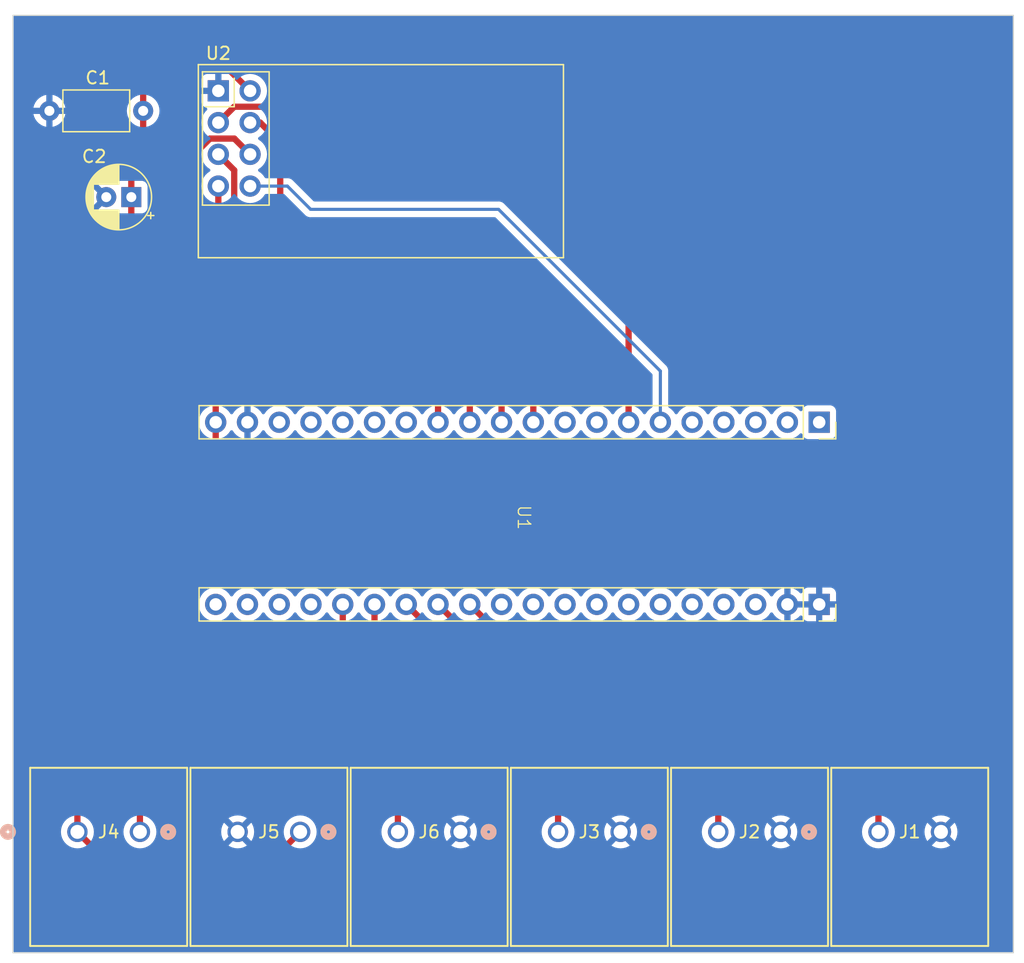
<source format=kicad_pcb>
(kicad_pcb (version 20221018) (generator pcbnew)
  (layers (0 "F.Cu" signal) (31 "B.Cu" signal) (34 "B.Paste" user) (35 "F.Paste" user) (36 "B.SilkS" user "B.Silkscreen") (37 "F.SilkS" user "F.Silkscreen") (38 "B.Mask" user) (39 "F.Mask" user) (44 "Edge.Cuts" user))
  (net 0 "")
  (net 1 "+3.3V")
  (net 2 "GND")
  (net 3 "WEAPON")
  (net 4 "HAND_UP")
  (net 5 "HAND_DOWN")
  (net 6 "LEFT")
  (net 7 "RIGHT")
  (net 25 "PA9")
  (net 26 "PA10")
  (net 29 "PA15")
  (net 30 "PB3")
  (net 31 "PB4")
  (net 32 "PB5")
  (net 37 "+5V")
  (footprint "236-102:CONN_236-102_WAG" (layer "F.Cu") (at 222.79 143.81)
    (fp_text reference "J1" (at 2.5 0 unlocked) (layer "F.SilkS"))
    (fp_text value "236-102")
    (fp_circle (center -5.555 0) (end -5.174 0) (stroke (width 0.508)) (fill none) (layer "B.SilkS"))
    (fp_line (start -3.777 -5.127) (end -3.777 9.126999) (stroke (width 0.1524)) (layer "F.SilkS"))
    (fp_line (start -3.777 9.126999) (end 8.777001 9.126999) (stroke (width 0.1524)) (layer "F.SilkS"))
    (fp_line (start 8.777001 -5.127) (end -3.777 -5.127) (stroke (width 0.1524)) (layer "F.SilkS"))
    (fp_line (start 8.777001 9.126999) (end 8.777001 -5.127) (stroke (width 0.1524)) (layer "F.SilkS"))
    (fp_circle (center -5.555 0) (end -5.174 0) (stroke (width 0.508)) (fill none) (layer "F.SilkS"))
    (pad "1" thru_hole circle (at 0 0) (size 1.6256 1.6256) (drill 1.1176) (layers "*.Cu" "*.Mask") (net 3 "WEAPON"))
    (pad "2" thru_hole circle (at 5 0) (size 1.6256 1.6256) (drill 1.1176) (layers "*.Cu" "*.Mask") (net 2 "GND"))
  )
  (footprint "236-102:CONN_236-102_WAG" (layer "F.Cu") (at 158.73 143.81)
    (fp_text reference "J4" (at 2.5 0 unlocked) (layer "F.SilkS"))
    (fp_text value "236-102")
    (fp_circle (center -5.555 0) (end -5.174 0) (stroke (width 0.508)) (fill none) (layer "B.SilkS"))
    (fp_line (start -3.777 -5.127) (end -3.777 9.126999) (stroke (width 0.1524)) (layer "F.SilkS"))
    (fp_line (start -3.777 9.126999) (end 8.777001 9.126999) (stroke (width 0.1524)) (layer "F.SilkS"))
    (fp_line (start 8.777001 -5.127) (end -3.777 -5.127) (stroke (width 0.1524)) (layer "F.SilkS"))
    (fp_line (start 8.777001 9.126999) (end 8.777001 -5.127) (stroke (width 0.1524)) (layer "F.SilkS"))
    (fp_circle (center -5.555 0) (end -5.174 0) (stroke (width 0.508)) (fill none) (layer "F.SilkS"))
    (pad "1" thru_hole circle (at 0 0) (size 1.6256 1.6256) (drill 1.1176) (layers "*.Cu" "*.Mask") (net 1 "+3.3V"))
    (pad "2" thru_hole circle (at 5 0) (size 1.6256 1.6256) (drill 1.1176) (layers "*.Cu" "*.Mask") (net 6 "LEFT"))
  )
  (footprint "Capacitor_THT:C_Axial_L5.1mm_D3.1mm_P7.50mm_Horizontal" (layer "F.Cu") (at 163.99 86.12 180)
    (fp_text reference "C1" (at 3.64 2.64) (layer "F.SilkS"))
    (fp_text value "100nF")
    (fp_line (start 1.04 0) (end 1.08 0) (stroke (width 0.12)) (layer "F.SilkS"))
    (fp_line (start 1.08 -1.67) (end 1.08 1.67) (stroke (width 0.12)) (layer "F.SilkS"))
    (fp_line (start 1.08 1.67) (end 6.42 1.67) (stroke (width 0.12)) (layer "F.SilkS"))
    (fp_line (start 6.42 -1.67) (end 1.08 -1.67) (stroke (width 0.12)) (layer "F.SilkS"))
    (fp_line (start 6.42 1.67) (end 6.42 -1.67) (stroke (width 0.12)) (layer "F.SilkS"))
    (fp_line (start 6.46 0) (end 6.42 0) (stroke (width 0.12)) (layer "F.SilkS"))
    (pad "1" thru_hole circle (at 0 0 180) (size 1.6 1.6) (drill 0.8) (layers "*.Cu" "*.Mask") (net 1 "+3.3V"))
    (pad "2" thru_hole oval (at 7.5 0 180) (size 1.6 1.6) (drill 0.8) (layers "*.Cu" "*.Mask") (net 2 "GND"))
  )
  (footprint "236-102:CONN_236-102_WAG" (layer "F.Cu") (at 171.5451 143.81)
    (fp_text reference "J5" (at 2.5 0 unlocked) (layer "F.SilkS"))
    (fp_text value "236-102")
    (fp_circle (center -5.555 0) (end -5.174 0) (stroke (width 0.508)) (fill none) (layer "B.SilkS"))
    (fp_line (start -3.777 -5.127) (end -3.777 9.126999) (stroke (width 0.1524)) (layer "F.SilkS"))
    (fp_line (start -3.777 9.126999) (end 8.777001 9.126999) (stroke (width 0.1524)) (layer "F.SilkS"))
    (fp_line (start 8.777001 -5.127) (end -3.777 -5.127) (stroke (width 0.1524)) (layer "F.SilkS"))
    (fp_line (start 8.777001 9.126999) (end 8.777001 -5.127) (stroke (width 0.1524)) (layer "F.SilkS"))
    (fp_circle (center -5.555 0) (end -5.174 0) (stroke (width 0.508)) (fill none) (layer "F.SilkS"))
    (pad "1" thru_hole circle (at 0 0) (size 1.6256 1.6256) (drill 1.1176) (layers "*.Cu" "*.Mask") (net 2 "GND"))
    (pad "2" thru_hole circle (at 5 0) (size 1.6256 1.6256) (drill 1.1176) (layers "*.Cu" "*.Mask") (net 1 "+3.3V"))
  )
  (footprint "236-102:CONN_236-102_WAG" (layer "F.Cu") (at 209.98 143.81)
    (fp_text reference "J2" (at 2.5 0 unlocked) (layer "F.SilkS"))
    (fp_text value "236-102")
    (fp_circle (center -5.555 0) (end -5.174 0) (stroke (width 0.508)) (fill none) (layer "B.SilkS"))
    (fp_line (start -3.777 -5.127) (end -3.777 9.126999) (stroke (width 0.1524)) (layer "F.SilkS"))
    (fp_line (start -3.777 9.126999) (end 8.777001 9.126999) (stroke (width 0.1524)) (layer "F.SilkS"))
    (fp_line (start 8.777001 -5.127) (end -3.777 -5.127) (stroke (width 0.1524)) (layer "F.SilkS"))
    (fp_line (start 8.777001 9.126999) (end 8.777001 -5.127) (stroke (width 0.1524)) (layer "F.SilkS"))
    (fp_circle (center -5.555 0) (end -5.174 0) (stroke (width 0.508)) (fill none) (layer "F.SilkS"))
    (pad "1" thru_hole circle (at 0 0) (size 1.6256 1.6256) (drill 1.1176) (layers "*.Cu" "*.Mask") (net 4 "HAND_UP"))
    (pad "2" thru_hole circle (at 5 0) (size 1.6256 1.6256) (drill 1.1176) (layers "*.Cu" "*.Mask") (net 2 "GND"))
  )
  (footprint "STM32F103C8T6_pinout:STM32F103C8T6_pinout" (layer "F.Cu") (at 194.45 118.655 -90)
    (fp_text reference "U1" (at 0 0 -90 unlocked) (layer "F.SilkS") (effects (font (thickness 0.1))))
    (fp_text value "STM32F103C8T6")
    (fp_line (start -8.95 -22.33) (end -8.95 25.99) (stroke (width 0.12)) (layer "F.SilkS"))
    (fp_line (start -8.95 -22.33) (end -6.29 -22.33) (stroke (width 0.12)) (layer "F.SilkS"))
    (fp_line (start -8.95 25.99) (end -6.29 25.99) (stroke (width 0.12)) (layer "F.SilkS"))
    (fp_line (start -7.62 -24.93) (end -6.29 -24.93) (stroke (width 0.12)) (layer "F.SilkS"))
    (fp_line (start -6.29 -24.93) (end -6.29 -23.6) (stroke (width 0.12)) (layer "F.SilkS"))
    (fp_line (start -6.29 -22.33) (end -6.29 25.99) (stroke (width 0.12)) (layer "F.SilkS"))
    (fp_line (start 5.625 -22.33) (end 5.625 25.99) (stroke (width 0.12)) (layer "F.SilkS"))
    (fp_line (start 5.625 -22.33) (end 8.285 -22.33) (stroke (width 0.12)) (layer "F.SilkS"))
    (fp_line (start 5.625 25.99) (end 8.285 25.99) (stroke (width 0.12)) (layer "F.SilkS"))
    (fp_line (start 6.955 -24.93) (end 8.285 -24.93) (stroke (width 0.12)) (layer "F.SilkS"))
    (fp_line (start 8.285 -24.93) (end 8.285 -23.6) (stroke (width 0.12)) (layer "F.SilkS"))
    (fp_line (start 8.285 -22.33) (end 8.285 25.99) (stroke (width 0.12)) (layer "F.SilkS"))
    (pad "1" thru_hole oval (at 6.955 24.66 270) (size 1.7 1.7) (drill 1) (layers "*.Cu" "*.Mask"))
    (pad "2" thru_hole oval (at 6.955 22.12 270) (size 1.7 1.7) (drill 1) (layers "*.Cu" "*.Mask"))
    (pad "3" thru_hole oval (at 6.955 19.58 270) (size 1.7 1.7) (drill 1) (layers "*.Cu" "*.Mask"))
    (pad "3v" thru_hole oval (at -7.62 24.66 270) (size 1.7 1.7) (drill 1) (layers "*.Cu" "*.Mask") (net 1 "+3.3V"))
    (pad "3v" thru_hole oval (at 6.955 -18.52 270) (size 1.7 1.7) (drill 1) (layers "*.Cu" "*.Mask") (net 1 "+3.3V"))
    (pad "4" thru_hole oval (at 6.955 17.04 270) (size 1.7 1.7) (drill 1) (layers "*.Cu" "*.Mask"))
    (pad "5v" thru_hole oval (at -7.62 19.58 270) (size 1.7 1.7) (drill 1) (layers "*.Cu" "*.Mask") (net 37 "+5V"))
    (pad "7" thru_hole oval (at 6.955 -15.98 270) (size 1.7 1.7) (drill 1) (layers "*.Cu" "*.Mask"))
    (pad "10" thru_hole oval (at 6.955 14.5 270) (size 1.7 1.7) (drill 1) (layers "*.Cu" "*.Mask") (net 6 "LEFT"))
    (pad "11" thru_hole oval (at 6.955 11.96 270) (size 1.7 1.7) (drill 1) (layers "*.Cu" "*.Mask") (net 7 "RIGHT"))
    (pad "12" thru_hole oval (at 6.955 9.42 270) (size 1.7 1.7) (drill 1) (layers "*.Cu" "*.Mask") (net 5 "HAND_DOWN"))
    (pad "13" thru_hole oval (at 6.955 6.88 270) (size 1.7 1.7) (drill 1) (layers "*.Cu" "*.Mask") (net 4 "HAND_UP"))
    (pad "14" thru_hole oval (at 6.955 4.34 270) (size 1.7 1.7) (drill 1) (layers "*.Cu" "*.Mask") (net 3 "WEAPON"))
    (pad "15" thru_hole oval (at 6.955 1.8 270) (size 1.7 1.7) (drill 1) (layers "*.Cu" "*.Mask"))
    (pad "16" thru_hole oval (at 6.955 -0.74 270) (size 1.7 1.7) (drill 1) (layers "*.Cu" "*.Mask"))
    (pad "17" thru_hole oval (at 6.955 -3.28 270) (size 1.7 1.7) (drill 1) (layers "*.Cu" "*.Mask"))
    (pad "18" thru_hole oval (at 6.955 -5.82 270) (size 1.7 1.7) (drill 1) (layers "*.Cu" "*.Mask"))
    (pad "19" thru_hole oval (at 6.955 -8.36 270) (size 1.7 1.7) (drill 1) (layers "*.Cu" "*.Mask"))
    (pad "21" thru_hole oval (at 6.955 -10.9 270) (size 1.7 1.7) (drill 1) (layers "*.Cu" "*.Mask"))
    (pad "22" thru_hole oval (at 6.955 -13.44 270) (size 1.7 1.7) (drill 1) (layers "*.Cu" "*.Mask"))
    (pad "25" thru_hole rect (at -7.62 -23.6 270) (size 1.7 1.7) (drill 1) (layers "*.Cu" "*.Mask"))
    (pad "26" thru_hole oval (at -7.62 -21.06 270) (size 1.7 1.7) (drill 1) (layers "*.Cu" "*.Mask"))
    (pad "27" thru_hole oval (at -7.62 -18.52 270) (size 1.7 1.7) (drill 1) (layers "*.Cu" "*.Mask"))
    (pad "28" thru_hole oval (at -7.62 -15.98 270) (size 1.7 1.7) (drill 1) (layers "*.Cu" "*.Mask"))
    (pad "29" thru_hole oval (at -7.62 -13.44 270) (size 1.7 1.7) (drill 1) (layers "*.Cu" "*.Mask"))
    (pad "30" thru_hole oval (at -7.62 -10.9 270) (size 1.7 1.7) (drill 1) (layers "*.Cu" "*.Mask") (net 25 "PA9"))
    (pad "31" thru_hole oval (at -7.62 -8.36 270) (size 1.7 1.7) (drill 1) (layers "*.Cu" "*.Mask") (net 26 "PA10"))
    (pad "32" thru_hole oval (at -7.62 -5.82 270) (size 1.7 1.7) (drill 1) (layers "*.Cu" "*.Mask"))
    (pad "33" thru_hole oval (at -7.62 -3.28 270) (size 1.7 1.7) (drill 1) (layers "*.Cu" "*.Mask"))
    (pad "38" thru_hole oval (at -7.62 -0.74 270) (size 1.7 1.7) (drill 1) (layers "*.Cu" "*.Mask") (net 29 "PA15"))
    (pad "39" thru_hole oval (at -7.62 1.8 270) (size 1.7 1.7) (drill 1) (layers "*.Cu" "*.Mask") (net 30 "PB3"))
    (pad "40" thru_hole oval (at -7.62 4.34 270) (size 1.7 1.7) (drill 1) (layers "*.Cu" "*.Mask") (net 31 "PB4"))
    (pad "41" thru_hole oval (at -7.62 6.88 270) (size 1.7 1.7) (drill 1) (layers "*.Cu" "*.Mask") (net 32 "PB5"))
    (pad "42" thru_hole oval (at -7.62 9.42 270) (size 1.7 1.7) (drill 1) (layers "*.Cu" "*.Mask"))
    (pad "43" thru_hole oval (at -7.62 11.96 270) (size 1.7 1.7) (drill 1) (layers "*.Cu" "*.Mask"))
    (pad "45" thru_hole oval (at -7.62 14.5 270) (size 1.7 1.7) (drill 1) (layers "*.Cu" "*.Mask"))
    (pad "46" thru_hole oval (at -7.62 17.04 270) (size 1.7 1.7) (drill 1) (layers "*.Cu" "*.Mask"))
    (pad "G" thru_hole oval (at -7.62 22.12 270) (size 1.7 1.7) (drill 1) (layers "*.Cu" "*.Mask") (net 2 "GND"))
    (pad "G" thru_hole rect (at 6.955 -23.6 270) (size 1.7 1.7) (drill 1) (layers "*.Cu" "*.Mask") (net 2 "GND"))
    (pad "G" thru_hole oval (at 6.955 -21.06 270) (size 1.7 1.7) (drill 1) (layers "*.Cu" "*.Mask") (net 2 "GND"))
  )
  (footprint "RF_Module:nRF24L01_Breakout" (layer "F.Cu") (at 170 84.52)
    (fp_text reference "U2" (at 0 -3) (layer "F.SilkS"))
    (fp_text value "NRF24L01_Breakout")
    (fp_line (start -1.6 -2.1) (end -1.6 -2.1) (stroke (width 0.12)) (layer "F.SilkS"))
    (fp_line (start -1.6 -2.1) (end 27.6 -2.1) (stroke (width 0.12)) (layer "F.SilkS"))
    (fp_line (start -1.6 13.35) (end -1.6 -2.1) (stroke (width 0.12)) (layer "F.SilkS"))
    (fp_line (start -1.27 -1.524) (end -1.27 -1.524) (stroke (width 0.12)) (layer "F.SilkS"))
    (fp_line (start -1.27 -1.524) (end 4.064 -1.524) (stroke (width 0.12)) (layer "F.SilkS"))
    (fp_line (start -1.27 9.144) (end -1.27 -1.524) (stroke (width 0.12)) (layer "F.SilkS"))
    (fp_line (start -1.27 9.144) (end -1.27 9.144) (stroke (width 0.12)) (layer "F.SilkS"))
    (fp_line (start -1.016 1.27) (end -1.016 1.27) (stroke (width 0.12)) (layer "F.SilkS"))
    (fp_line (start 1.27 -1.016) (end 1.27 1.27) (stroke (width 0.12)) (layer "F.SilkS"))
    (fp_line (start 1.27 1.27) (end -1.016 1.27) (stroke (width 0.12)) (layer "F.SilkS"))
    (fp_line (start 4.064 -1.524) (end 4.064 9.144) (stroke (width 0.12)) (layer "F.SilkS"))
    (fp_line (start 4.064 9.144) (end -1.27 9.144) (stroke (width 0.12)) (layer "F.SilkS"))
    (fp_line (start 27.6 -2.1) (end 27.6 13.35) (stroke (width 0.12)) (layer "F.SilkS"))
    (fp_line (start 27.6 13.35) (end -1.6 13.35) (stroke (width 0.12)) (layer "F.SilkS"))
    (pad "1" thru_hole rect (at 0 0) (size 1.7 1.7) (drill 1) (layers "*.Cu" "*.Mask") (net 2 "GND"))
    (pad "2" thru_hole circle (at 2.54 0) (size 1.7 1.7) (drill 1) (layers "*.Cu" "*.Mask") (net 1 "+3.3V"))
    (pad "3" thru_hole circle (at 0 2.54) (size 1.7 1.7) (drill 1) (layers "*.Cu" "*.Mask") (net 26 "PA10"))
    (pad "4" thru_hole circle (at 2.54 2.54) (size 1.7 1.7) (drill 1) (layers "*.Cu" "*.Mask") (net 29 "PA15"))
    (pad "5" thru_hole circle (at 0 5.08) (size 1.7 1.7) (drill 1) (layers "*.Cu" "*.Mask") (net 30 "PB3"))
    (pad "6" thru_hole circle (at 2.54 5.08) (size 1.7 1.7) (drill 1) (layers "*.Cu" "*.Mask") (net 32 "PB5"))
    (pad "7" thru_hole circle (at 0 7.62) (size 1.7 1.7) (drill 1) (layers "*.Cu" "*.Mask") (net 31 "PB4"))
    (pad "8" thru_hole circle (at 2.54 7.62) (size 1.7 1.7) (drill 1) (layers "*.Cu" "*.Mask") (net 25 "PA9"))
  )
  (footprint "Capacitor_THT:CP_Radial_D5.0mm_P2.00mm" (layer "F.Cu") (at 163.04 93.02 180)
    (fp_text reference "C2" (at 2.97 3.25) (layer "F.SilkS"))
    (fp_text value "100uF")
    (fp_line (start -1.804775 -1.475) (end -1.304775 -1.475) (stroke (width 0.12)) (layer "F.SilkS"))
    (fp_line (start -1.554775 -1.725) (end -1.554775 -1.225) (stroke (width 0.12)) (layer "F.SilkS"))
    (fp_line (start 1 -2.58) (end 1 -1.04) (stroke (width 0.12)) (layer "F.SilkS"))
    (fp_line (start 1 1.04) (end 1 2.58) (stroke (width 0.12)) (layer "F.SilkS"))
    (fp_line (start 1.04 -2.58) (end 1.04 -1.04) (stroke (width 0.12)) (layer "F.SilkS"))
    (fp_line (start 1.04 1.04) (end 1.04 2.58) (stroke (width 0.12)) (layer "F.SilkS"))
    (fp_line (start 1.08 -2.579) (end 1.08 -1.04) (stroke (width 0.12)) (layer "F.SilkS"))
    (fp_line (start 1.08 1.04) (end 1.08 2.579) (stroke (width 0.12)) (layer "F.SilkS"))
    (fp_line (start 1.12 -2.578) (end 1.12 -1.04) (stroke (width 0.12)) (layer "F.SilkS"))
    (fp_line (start 1.12 1.04) (end 1.12 2.578) (stroke (width 0.12)) (layer "F.SilkS"))
    (fp_line (start 1.16 -2.576) (end 1.16 -1.04) (stroke (width 0.12)) (layer "F.SilkS"))
    (fp_line (start 1.16 1.04) (end 1.16 2.576) (stroke (width 0.12)) (layer "F.SilkS"))
    (fp_line (start 1.2 -2.573) (end 1.2 -1.04) (stroke (width 0.12)) (layer "F.SilkS"))
    (fp_line (start 1.2 1.04) (end 1.2 2.573) (stroke (width 0.12)) (layer "F.SilkS"))
    (fp_line (start 1.24 -2.569) (end 1.24 -1.04) (stroke (width 0.12)) (layer "F.SilkS"))
    (fp_line (start 1.24 1.04) (end 1.24 2.569) (stroke (width 0.12)) (layer "F.SilkS"))
    (fp_line (start 1.28 -2.565) (end 1.28 -1.04) (stroke (width 0.12)) (layer "F.SilkS"))
    (fp_line (start 1.28 1.04) (end 1.28 2.565) (stroke (width 0.12)) (layer "F.SilkS"))
    (fp_line (start 1.32 -2.561) (end 1.32 -1.04) (stroke (width 0.12)) (layer "F.SilkS"))
    (fp_line (start 1.32 1.04) (end 1.32 2.561) (stroke (width 0.12)) (layer "F.SilkS"))
    (fp_line (start 1.36 -2.556) (end 1.36 -1.04) (stroke (width 0.12)) (layer "F.SilkS"))
    (fp_line (start 1.36 1.04) (end 1.36 2.556) (stroke (width 0.12)) (layer "F.SilkS"))
    (fp_line (start 1.4 -2.55) (end 1.4 -1.04) (stroke (width 0.12)) (layer "F.SilkS"))
    (fp_line (start 1.4 1.04) (end 1.4 2.55) (stroke (width 0.12)) (layer "F.SilkS"))
    (fp_line (start 1.44 -2.543) (end 1.44 -1.04) (stroke (width 0.12)) (layer "F.SilkS"))
    (fp_line (start 1.44 1.04) (end 1.44 2.543) (stroke (width 0.12)) (layer "F.SilkS"))
    (fp_line (start 1.48 -2.536) (end 1.48 -1.04) (stroke (width 0.12)) (layer "F.SilkS"))
    (fp_line (start 1.48 1.04) (end 1.48 2.536) (stroke (width 0.12)) (layer "F.SilkS"))
    (fp_line (start 1.52 -2.528) (end 1.52 -1.04) (stroke (width 0.12)) (layer "F.SilkS"))
    (fp_line (start 1.52 1.04) (end 1.52 2.528) (stroke (width 0.12)) (layer "F.SilkS"))
    (fp_line (start 1.56 -2.52) (end 1.56 -1.04) (stroke (width 0.12)) (layer "F.SilkS"))
    (fp_line (start 1.56 1.04) (end 1.56 2.52) (stroke (width 0.12)) (layer "F.SilkS"))
    (fp_line (start 1.6 -2.511) (end 1.6 -1.04) (stroke (width 0.12)) (layer "F.SilkS"))
    (fp_line (start 1.6 1.04) (end 1.6 2.511) (stroke (width 0.12)) (layer "F.SilkS"))
    (fp_line (start 1.64 -2.501) (end 1.64 -1.04) (stroke (width 0.12)) (layer "F.SilkS"))
    (fp_line (start 1.64 1.04) (end 1.64 2.501) (stroke (width 0.12)) (layer "F.SilkS"))
    (fp_line (start 1.68 -2.491) (end 1.68 -1.04) (stroke (width 0.12)) (layer "F.SilkS"))
    (fp_line (start 1.68 1.04) (end 1.68 2.491) (stroke (width 0.12)) (layer "F.SilkS"))
    (fp_line (start 1.721 -2.48) (end 1.721 -1.04) (stroke (width 0.12)) (layer "F.SilkS"))
    (fp_line (start 1.721 1.04) (end 1.721 2.48) (stroke (width 0.12)) (layer "F.SilkS"))
    (fp_line (start 1.761 -2.468) (end 1.761 -1.04) (stroke (width 0.12)) (layer "F.SilkS"))
    (fp_line (start 1.761 1.04) (end 1.761 2.468) (stroke (width 0.12)) (layer "F.SilkS"))
    (fp_line (start 1.801 -2.455) (end 1.801 -1.04) (stroke (width 0.12)) (layer "F.SilkS"))
    (fp_line (start 1.801 1.04) (end 1.801 2.455) (stroke (width 0.12)) (layer "F.SilkS"))
    (fp_line (start 1.841 -2.442) (end 1.841 -1.04) (stroke (width 0.12)) (layer "F.SilkS"))
    (fp_line (start 1.841 1.04) (end 1.841 2.442) (stroke (width 0.12)) (layer "F.SilkS"))
    (fp_line (start 1.881 -2.428) (end 1.881 -1.04) (stroke (width 0.12)) (layer "F.SilkS"))
    (fp_line (start 1.881 1.04) (end 1.881 2.428) (stroke (width 0.12)) (layer "F.SilkS"))
    (fp_line (start 1.921 -2.414) (end 1.921 -1.04) (stroke (width 0.12)) (layer "F.SilkS"))
    (fp_line (start 1.921 1.04) (end 1.921 2.414) (stroke (width 0.12)) (layer "F.SilkS"))
    (fp_line (start 1.961 -2.398) (end 1.961 -1.04) (stroke (width 0.12)) (layer "F.SilkS"))
    (fp_line (start 1.961 1.04) (end 1.961 2.398) (stroke (width 0.12)) (layer "F.SilkS"))
    (fp_line (start 2.001 -2.382) (end 2.001 -1.04) (stroke (width 0.12)) (layer "F.SilkS"))
    (fp_line (start 2.001 1.04) (end 2.001 2.382) (stroke (width 0.12)) (layer "F.SilkS"))
    (fp_line (start 2.041 -2.365) (end 2.041 -1.04) (stroke (width 0.12)) (layer "F.SilkS"))
    (fp_line (start 2.041 1.04) (end 2.041 2.365) (stroke (width 0.12)) (layer "F.SilkS"))
    (fp_line (start 2.081 -2.348) (end 2.081 -1.04) (stroke (width 0.12)) (layer "F.SilkS"))
    (fp_line (start 2.081 1.04) (end 2.081 2.348) (stroke (width 0.12)) (layer "F.SilkS"))
    (fp_line (start 2.121 -2.329) (end 2.121 -1.04) (stroke (width 0.12)) (layer "F.SilkS"))
    (fp_line (start 2.121 1.04) (end 2.121 2.329) (stroke (width 0.12)) (layer "F.SilkS"))
    (fp_line (start 2.161 -2.31) (end 2.161 -1.04) (stroke (width 0.12)) (layer "F.SilkS"))
    (fp_line (start 2.161 1.04) (end 2.161 2.31) (stroke (width 0.12)) (layer "F.SilkS"))
    (fp_line (start 2.201 -2.29) (end 2.201 -1.04) (stroke (width 0.12)) (layer "F.SilkS"))
    (fp_line (start 2.201 1.04) (end 2.201 2.29) (stroke (width 0.12)) (layer "F.SilkS"))
    (fp_line (start 2.241 -2.268) (end 2.241 -1.04) (stroke (width 0.12)) (layer "F.SilkS"))
    (fp_line (start 2.241 1.04) (end 2.241 2.268) (stroke (width 0.12)) (layer "F.SilkS"))
    (fp_line (start 2.281 -2.247) (end 2.281 -1.04) (stroke (width 0.12)) (layer "F.SilkS"))
    (fp_line (start 2.281 1.04) (end 2.281 2.247) (stroke (width 0.12)) (layer "F.SilkS"))
    (fp_line (start 2.321 -2.224) (end 2.321 -1.04) (stroke (width 0.12)) (layer "F.SilkS"))
    (fp_line (start 2.321 1.04) (end 2.321 2.224) (stroke (width 0.12)) (layer "F.SilkS"))
    (fp_line (start 2.361 -2.2) (end 2.361 -1.04) (stroke (width 0.12)) (layer "F.SilkS"))
    (fp_line (start 2.361 1.04) (end 2.361 2.2) (stroke (width 0.12)) (layer "F.SilkS"))
    (fp_line (start 2.401 -2.175) (end 2.401 -1.04) (stroke (width 0.12)) (layer "F.SilkS"))
    (fp_line (start 2.401 1.04) (end 2.401 2.175) (stroke (width 0.12)) (layer "F.SilkS"))
    (fp_line (start 2.441 -2.149) (end 2.441 -1.04) (stroke (width 0.12)) (layer "F.SilkS"))
    (fp_line (start 2.441 1.04) (end 2.441 2.149) (stroke (width 0.12)) (layer "F.SilkS"))
    (fp_line (start 2.481 -2.122) (end 2.481 -1.04) (stroke (width 0.12)) (layer "F.SilkS"))
    (fp_line (start 2.481 1.04) (end 2.481 2.122) (stroke (width 0.12)) (layer "F.SilkS"))
    (fp_line (start 2.521 -2.095) (end 2.521 -1.04) (stroke (width 0.12)) (layer "F.SilkS"))
    (fp_line (start 2.521 1.04) (end 2.521 2.095) (stroke (width 0.12)) (layer "F.SilkS"))
    (fp_line (start 2.561 -2.065) (end 2.561 -1.04) (stroke (width 0.12)) (layer "F.SilkS"))
    (fp_line (start 2.561 1.04) (end 2.561 2.065) (stroke (width 0.12)) (layer "F.SilkS"))
    (fp_line (start 2.601 -2.035) (end 2.601 -1.04) (stroke (width 0.12)) (layer "F.SilkS"))
    (fp_line (start 2.601 1.04) (end 2.601 2.035) (stroke (width 0.12)) (layer "F.SilkS"))
    (fp_line (start 2.641 -2.004) (end 2.641 -1.04) (stroke (width 0.12)) (layer "F.SilkS"))
    (fp_line (start 2.641 1.04) (end 2.641 2.004) (stroke (width 0.12)) (layer "F.SilkS"))
    (fp_line (start 2.681 -1.971) (end 2.681 -1.04) (stroke (width 0.12)) (layer "F.SilkS"))
    (fp_line (start 2.681 1.04) (end 2.681 1.971) (stroke (width 0.12)) (layer "F.SilkS"))
    (fp_line (start 2.721 -1.937) (end 2.721 -1.04) (stroke (width 0.12)) (layer "F.SilkS"))
    (fp_line (start 2.721 1.04) (end 2.721 1.937) (stroke (width 0.12)) (layer "F.SilkS"))
    (fp_line (start 2.761 -1.901) (end 2.761 -1.04) (stroke (width 0.12)) (layer "F.SilkS"))
    (fp_line (start 2.761 1.04) (end 2.761 1.901) (stroke (width 0.12)) (layer "F.SilkS"))
    (fp_line (start 2.801 -1.864) (end 2.801 -1.04) (stroke (width 0.12)) (layer "F.SilkS"))
    (fp_line (start 2.801 1.04) (end 2.801 1.864) (stroke (width 0.12)) (layer "F.SilkS"))
    (fp_line (start 2.841 -1.826) (end 2.841 -1.04) (stroke (width 0.12)) (layer "F.SilkS"))
    (fp_line (start 2.841 1.04) (end 2.841 1.826) (stroke (width 0.12)) (layer "F.SilkS"))
    (fp_line (start 2.881 -1.785) (end 2.881 -1.04) (stroke (width 0.12)) (layer "F.SilkS"))
    (fp_line (start 2.881 1.04) (end 2.881 1.785) (stroke (width 0.12)) (layer "F.SilkS"))
    (fp_line (start 2.921 -1.743) (end 2.921 -1.04) (stroke (width 0.12)) (layer "F.SilkS"))
    (fp_line (start 2.921 1.04) (end 2.921 1.743) (stroke (width 0.12)) (layer "F.SilkS"))
    (fp_line (start 2.961 -1.699) (end 2.961 -1.04) (stroke (width 0.12)) (layer "F.SilkS"))
    (fp_line (start 2.961 1.04) (end 2.961 1.699) (stroke (width 0.12)) (layer "F.SilkS"))
    (fp_line (start 3.001 -1.653) (end 3.001 -1.04) (stroke (width 0.12)) (layer "F.SilkS"))
    (fp_line (start 3.001 1.04) (end 3.001 1.653) (stroke (width 0.12)) (layer "F.SilkS"))
    (fp_line (start 3.041 -1.605) (end 3.041 1.605) (stroke (width 0.12)) (layer "F.SilkS"))
    (fp_line (start 3.081 -1.554) (end 3.081 1.554) (stroke (width 0.12)) (layer "F.SilkS"))
    (fp_line (start 3.121 -1.5) (end 3.121 1.5) (stroke (width 0.12)) (layer "F.SilkS"))
    (fp_line (start 3.161 -1.443) (end 3.161 1.443) (stroke (width 0.12)) (layer "F.SilkS"))
    (fp_line (start 3.201 -1.383) (end 3.201 1.383) (stroke (width 0.12)) (layer "F.SilkS"))
    (fp_line (start 3.241 -1.319) (end 3.241 1.319) (stroke (width 0.12)) (layer "F.SilkS"))
    (fp_line (start 3.281 -1.251) (end 3.281 1.251) (stroke (width 0.12)) (layer "F.SilkS"))
    (fp_line (start 3.321 -1.178) (end 3.321 1.178) (stroke (width 0.12)) (layer "F.SilkS"))
    (fp_line (start 3.361 -1.098) (end 3.361 1.098) (stroke (width 0.12)) (layer "F.SilkS"))
    (fp_line (start 3.401 -1.011) (end 3.401 1.011) (stroke (width 0.12)) (layer "F.SilkS"))
    (fp_line (start 3.441 -0.915) (end 3.441 0.915) (stroke (width 0.12)) (layer "F.SilkS"))
    (fp_line (start 3.481 -0.805) (end 3.481 0.805) (stroke (width 0.12)) (layer "F.SilkS"))
    (fp_line (start 3.521 -0.677) (end 3.521 0.677) (stroke (width 0.12)) (layer "F.SilkS"))
    (fp_line (start 3.561 -0.518) (end 3.561 0.518) (stroke (width 0.12)) (layer "F.SilkS"))
    (fp_line (start 3.601 -0.284) (end 3.601 0.284) (stroke (width 0.12)) (layer "F.SilkS"))
    (fp_circle (center 1 0) (end 3.62 0) (stroke (width 0.12)) (fill none) (layer "F.SilkS"))
    (pad "1" thru_hole rect (at 0 0 180) (size 1.6 1.6) (drill 0.8) (layers "*.Cu" "*.Mask") (net 1 "+3.3V"))
    (pad "2" thru_hole circle (at 2 0 180) (size 1.6 1.6) (drill 0.8) (layers "*.Cu" "*.Mask") (net 2 "GND"))
  )
  (footprint "236-102:CONN_236-102_WAG" (layer "F.Cu") (at 184.36 143.81)
    (fp_text reference "J6" (at 2.5 0 unlocked) (layer "F.SilkS"))
    (fp_text value "236-102")
    (fp_circle (center -5.555 0) (end -5.174 0) (stroke (width 0.508)) (fill none) (layer "B.SilkS"))
    (fp_line (start -3.777 -5.127) (end -3.777 9.126999) (stroke (width 0.1524)) (layer "F.SilkS"))
    (fp_line (start -3.777 9.126999) (end 8.777001 9.126999) (stroke (width 0.1524)) (layer "F.SilkS"))
    (fp_line (start 8.777001 -5.127) (end -3.777 -5.127) (stroke (width 0.1524)) (layer "F.SilkS"))
    (fp_line (start 8.777001 9.126999) (end 8.777001 -5.127) (stroke (width 0.1524)) (layer "F.SilkS"))
    (fp_circle (center -5.555 0) (end -5.174 0) (stroke (width 0.508)) (fill none) (layer "F.SilkS"))
    (pad "1" thru_hole circle (at 0 0) (size 1.6256 1.6256) (drill 1.1176) (layers "*.Cu" "*.Mask") (net 7 "RIGHT"))
    (pad "2" thru_hole circle (at 5 0) (size 1.6256 1.6256) (drill 1.1176) (layers "*.Cu" "*.Mask") (net 2 "GND"))
  )
  (footprint "236-102:CONN_236-102_WAG" (layer "F.Cu") (at 197.17 143.81)
    (fp_text reference "J3" (at 2.5 0 unlocked) (layer "F.SilkS"))
    (fp_text value "236-102")
    (fp_circle (center -5.555 0) (end -5.174 0) (stroke (width 0.508)) (fill none) (layer "B.SilkS"))
    (fp_line (start -3.777 -5.127) (end -3.777 9.126999) (stroke (width 0.1524)) (layer "F.SilkS"))
    (fp_line (start -3.777 9.126999) (end 8.777001 9.126999) (stroke (width 0.1524)) (layer "F.SilkS"))
    (fp_line (start 8.777001 -5.127) (end -3.777 -5.127) (stroke (width 0.1524)) (layer "F.SilkS"))
    (fp_line (start 8.777001 9.126999) (end 8.777001 -5.127) (stroke (width 0.1524)) (layer "F.SilkS"))
    (fp_circle (center -5.555 0) (end -5.174 0) (stroke (width 0.508)) (fill none) (layer "F.SilkS"))
    (pad "1" thru_hole circle (at 0 0) (size 1.6256 1.6256) (drill 1.1176) (layers "*.Cu" "*.Mask") (net 5 "HAND_DOWN"))
    (pad "2" thru_hole circle (at 5 0) (size 1.6256 1.6256) (drill 1.1176) (layers "*.Cu" "*.Mask") (net 2 "GND"))
  )
  (gr_rect (start 153.58 78.48) (end 233.58 153.48) (stroke (width 0.1)) (fill none) (layer "Edge.Cuts"))
  (segment (start 158.73 127.97) (end 158.73 143.81) (width 0.5) (layer "F.Cu") (net 1))
  (segment (start 163.99 90.16) (end 163.99 86.12) (width 0.5) (layer "F.Cu") (net 1))
  (segment (start 163.04 93.02) (end 163.04 91.11) (width 0.5) (layer "F.Cu") (net 1))
  (segment (start 163.99 86.12) (end 163.99 84.5) (width 0.5) (layer "F.Cu") (net 1))
  (segment (start 163.99 84.5) (end 165.68 82.81) (width 0.5) (layer "F.Cu") (net 1))
  (segment (start 169.79 105.59) (end 169.79 111.035) (width 0.5) (layer "F.Cu") (net 1))
  (segment (start 163.04 91.11) (end 163.99 90.16) (width 0.5) (layer "F.Cu") (net 1))
  (segment (start 170.83 82.81) (end 172.54 84.52) (width 0.5) (layer "F.Cu") (net 1))
  (segment (start 158.73 143.81) (end 161.55 146.63) (width 0.5) (layer "F.Cu") (net 1))
  (segment (start 169.79 111.035) (end 169.79 116.91) (width 0.5) (layer "F.Cu") (net 1))
  (segment (start 169.79 116.91) (end 158.73 127.97) (width 0.5) (layer "F.Cu") (net 1))
  (segment (start 161.55 146.63) (end 173.7251 146.63) (width 0.5) (layer "F.Cu") (net 1))
  (segment (start 163.04 98.84) (end 169.79 105.59) (width 0.5) (layer "F.Cu") (net 1))
  (segment (start 173.7251 146.63) (end 176.5451 143.81) (width 0.5) (layer "F.Cu") (net 1))
  (segment (start 165.68 82.81) (end 170.83 82.81) (width 0.5) (layer "F.Cu") (net 1))
  (segment (start 163.04 93.02) (end 163.04 98.84) (width 0.5) (layer "F.Cu") (net 1))
  (segment (start 222.79 143.81) (end 222.79 136.44) (width 0.5) (layer "F.Cu") (net 3))
  (segment (start 222.79 136.44) (end 216.34 129.99) (width 0.5) (layer "F.Cu") (net 3))
  (segment (start 194.49 129.99) (end 190.11 125.61) (width 0.5) (layer "F.Cu") (net 3))
  (segment (start 216.34 129.99) (end 194.49 129.99) (width 0.5) (layer "F.Cu") (net 3))
  (segment (start 209.98 138.04) (end 202.91 130.97) (width 0.5) (layer "F.Cu") (net 4))
  (segment (start 202.91 130.97) (end 192.93 130.97) (width 0.5) (layer "F.Cu") (net 4))
  (segment (start 209.98 143.81) (end 209.98 138.04) (width 0.5) (layer "F.Cu") (net 4))
  (segment (start 192.93 130.97) (end 187.57 125.61) (width 0.5) (layer "F.Cu") (net 4))
  (segment (start 195.32 135.88) (end 197.17 137.73) (width 0.5) (layer "F.Cu") (net 5))
  (segment (start 197.17 137.73) (end 197.17 143.81) (width 0.5) (layer "F.Cu") (net 5))
  (segment (start 195.3 135.88) (end 195.32 135.88) (width 0.5) (layer "F.Cu") (net 5))
  (segment (start 185.03 125.61) (end 195.3 135.88) (width 0.5) (layer "F.Cu") (net 5))
  (segment (start 165.52 129.9) (end 163.73 131.69) (width 0.5) (layer "F.Cu") (net 6))
  (segment (start 179.95 128.36) (end 178.41 129.9) (width 0.5) (layer "F.Cu") (net 6))
  (segment (start 179.95 125.61) (end 179.95 128.36) (width 0.5) (layer "F.Cu") (net 6))
  (segment (start 163.73 131.69) (end 163.73 143.81) (width 0.5) (layer "F.Cu") (net 6))
  (segment (start 178.41 129.9) (end 165.52 129.9) (width 0.5) (layer "F.Cu") (net 6))
  (segment (start 184.36 143.81) (end 184.36 130.09) (width 0.5) (layer "F.Cu") (net 7))
  (segment (start 182.49 128.22) (end 182.49 125.61) (width 0.5) (layer "F.Cu") (net 7))
  (segment (start 184.36 130.09) (end 182.49 128.22) (width 0.5) (layer "F.Cu") (net 7))
  (segment (start 205.35 111.035) (end 205.35 106.94) (width 0.25) (layer "B.Cu") (net 25))
  (segment (start 192.41 94) (end 177.38 94) (width 0.25) (layer "B.Cu") (net 25))
  (segment (start 175.52 92.14) (end 172.54 92.14) (width 0.25) (layer "B.Cu") (net 25))
  (segment (start 177.38 94) (end 175.52 92.14) (width 0.25) (layer "B.Cu") (net 25))
  (segment (start 205.35 106.94) (end 192.41 94) (width 0.25) (layer "B.Cu") (net 25))
  (segment (start 177.16 87.7) (end 175.25 85.79) (width 0.5) (layer "F.Cu") (net 26))
  (segment (start 194.96 92.93) (end 178.52 92.93) (width 0.5) (layer "F.Cu") (net 26))
  (segment (start 178.52 92.93) (end 177.16 91.57) (width 0.5) (layer "F.Cu") (net 26))
  (segment (start 171.27 85.79) (end 170 87.06) (width 0.5) (layer "F.Cu") (net 26))
  (segment (start 177.16 91.57) (end 177.16 87.7) (width 0.5) (layer "F.Cu") (net 26))
  (segment (start 175.25 85.79) (end 171.27 85.79) (width 0.5) (layer "F.Cu") (net 26))
  (segment (start 202.81 100.78) (end 194.96 92.93) (width 0.5) (layer "F.Cu") (net 26))
  (segment (start 202.81 111.035) (end 202.81 100.78) (width 0.5) (layer "F.Cu") (net 26))
  (segment (start 176.13 95.15) (end 174.95 93.97) (width 0.5) (layer "F.Cu") (net 29))
  (segment (start 195.19 101.16) (end 189.18 95.15) (width 0.5) (layer "F.Cu") (net 29))
  (segment (start 195.19 111.035) (end 195.19 101.16) (width 0.5) (layer "F.Cu") (net 29))
  (segment (start 174.95 93.97) (end 174.95 88.66) (width 0.5) (layer "F.Cu") (net 29))
  (segment (start 173.35 87.06) (end 172.54 87.06) (width 0.5) (layer "F.Cu") (net 29))
  (segment (start 189.18 95.15) (end 176.13 95.15) (width 0.5) (layer "F.Cu") (net 29))
  (segment (start 174.95 88.66) (end 173.35 87.06) (width 0.5) (layer "F.Cu") (net 29))
  (segment (start 192.65 101.21) (end 188.2 96.76) (width 0.5) (layer "F.Cu") (net 30))
  (segment (start 171.27 93.98) (end 171.27 90.87) (width 0.5) (layer "F.Cu") (net 30))
  (segment (start 171.27 90.87) (end 170 89.6) (width 0.5) (layer "F.Cu") (net 30))
  (segment (start 192.65 111.035) (end 192.65 101.21) (width 0.5) (layer "F.Cu") (net 30))
  (segment (start 174.05 96.76) (end 171.27 93.98) (width 0.5) (layer "F.Cu") (net 30))
  (segment (start 188.2 96.76) (end 174.05 96.76) (width 0.5) (layer "F.Cu") (net 30))
  (segment (start 186.72 97.91) (end 190.11 101.3) (width 0.5) (layer "F.Cu") (net 31))
  (segment (start 170 95.17) (end 172.74 97.91) (width 0.5) (layer "F.Cu") (net 31))
  (segment (start 170 92.14) (end 170 95.17) (width 0.5) (layer "F.Cu") (net 31))
  (segment (start 172.74 97.91) (end 186.72 97.91) (width 0.5) (layer "F.Cu") (net 31))
  (segment (start 190.11 101.3) (end 190.11 111.035) (width 0.5) (layer "F.Cu") (net 31))
  (segment (start 187.57 111.035) (end 187.57 101.63) (width 0.5) (layer "F.Cu") (net 32))
  (segment (start 169.33 88.34) (end 171.28 88.34) (width 0.5) (layer "F.Cu") (net 32))
  (segment (start 167.51 95.21) (end 167.51 90.16) (width 0.5) (layer "F.Cu") (net 32))
  (segment (start 171.28 88.34) (end 172.54 89.6) (width 0.5) (layer "F.Cu") (net 32))
  (segment (start 187.57 101.63) (end 185.1 99.16) (width 0.5) (layer "F.Cu") (net 32))
  (segment (start 185.1 99.16) (end 171.46 99.16) (width 0.5) (layer "F.Cu") (net 32))
  (segment (start 167.51 90.16) (end 169.33 88.34) (width 0.5) (layer "F.Cu") (net 32))
  (segment (start 171.46 99.16) (end 167.51 95.21) (width 0.5) (layer "F.Cu") (net 32))
  (zone (net 2) (net_name "GND") (layer "B.Cu") (connect_pads (clearance 0.5)) (min_thickness 0.25) (fill yes (thermal_gap 0.5) (thermal_bridge_width 0.5))
    (polygon (pts (xy 152.73 154.31) (xy 152.58 77.25) (xy 234.45 77.68) (xy 234.31 154.31)))
  )
)
</source>
